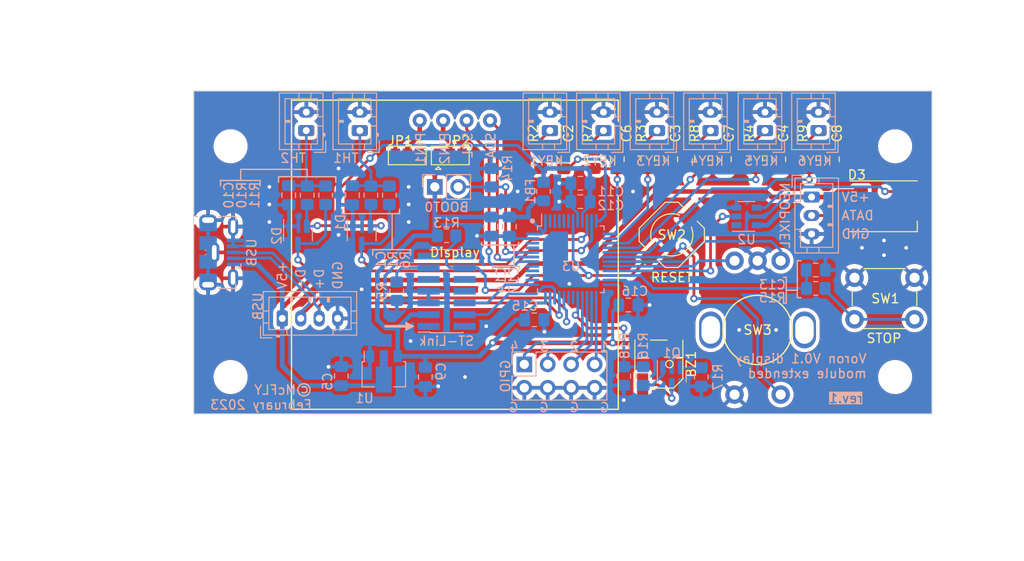
<source format=kicad_pcb>
(kicad_pcb (version 20221018) (generator pcbnew)

  (general
    (thickness 1.6)
  )

  (paper "A4")
  (title_block
    (title "V0_McDisplay")
    (date "2023-02-13")
    (rev "1")
    (company "Anton McFLY Mukhin")
  )

  (layers
    (0 "F.Cu" signal)
    (31 "B.Cu" signal)
    (32 "B.Adhes" user "B.Adhesive")
    (33 "F.Adhes" user "F.Adhesive")
    (34 "B.Paste" user)
    (35 "F.Paste" user)
    (36 "B.SilkS" user "B.Silkscreen")
    (37 "F.SilkS" user "F.Silkscreen")
    (38 "B.Mask" user)
    (39 "F.Mask" user)
    (40 "Dwgs.User" user "User.Drawings")
    (41 "Cmts.User" user "User.Comments")
    (42 "Eco1.User" user "User.Eco1")
    (43 "Eco2.User" user "User.Eco2")
    (44 "Edge.Cuts" user)
    (45 "Margin" user)
    (46 "B.CrtYd" user "B.Courtyard")
    (47 "F.CrtYd" user "F.Courtyard")
    (48 "B.Fab" user)
    (49 "F.Fab" user)
    (50 "User.1" user)
    (51 "User.2" user)
  )

  (setup
    (stackup
      (layer "F.SilkS" (type "Top Silk Screen"))
      (layer "F.Paste" (type "Top Solder Paste"))
      (layer "F.Mask" (type "Top Solder Mask") (thickness 0.01))
      (layer "F.Cu" (type "copper") (thickness 0.035))
      (layer "dielectric 1" (type "core") (thickness 1.51) (material "FR4") (epsilon_r 4.5) (loss_tangent 0.02))
      (layer "B.Cu" (type "copper") (thickness 0.035))
      (layer "B.Mask" (type "Bottom Solder Mask") (thickness 0.01))
      (layer "B.Paste" (type "Bottom Solder Paste"))
      (layer "B.SilkS" (type "Bottom Silk Screen"))
      (copper_finish "None")
      (dielectric_constraints no)
    )
    (pad_to_mask_clearance 0)
    (pcbplotparams
      (layerselection 0x00010fc_ffffffff)
      (plot_on_all_layers_selection 0x0000000_00000000)
      (disableapertmacros false)
      (usegerberextensions true)
      (usegerberattributes false)
      (usegerberadvancedattributes false)
      (creategerberjobfile false)
      (dashed_line_dash_ratio 12.000000)
      (dashed_line_gap_ratio 3.000000)
      (svgprecision 6)
      (plotframeref false)
      (viasonmask false)
      (mode 1)
      (useauxorigin false)
      (hpglpennumber 1)
      (hpglpenspeed 20)
      (hpglpendiameter 15.000000)
      (dxfpolygonmode true)
      (dxfimperialunits true)
      (dxfusepcbnewfont true)
      (psnegative false)
      (psa4output false)
      (plotreference true)
      (plotvalue false)
      (plotinvisibletext false)
      (sketchpadsonfab false)
      (subtractmaskfromsilk true)
      (outputformat 1)
      (mirror false)
      (drillshape 0)
      (scaleselection 1)
      (outputdirectory "gerber/")
    )
  )

  (net 0 "")
  (net 1 "VBUS")
  (net 2 "Net-(BZ1-+)")
  (net 3 "Net-(J2-Pin_1)")
  (net 4 "KEY1")
  (net 5 "GND")
  (net 6 "KEY3")
  (net 7 "KEY5")
  (net 8 "KEY2")
  (net 9 "KEY4")
  (net 10 "KEY6")
  (net 11 "+3.3V")
  (net 12 "Net-(J11-Pin_1)")
  (net 13 "+3.3VA")
  (net 14 "KILL_SW")
  (net 15 "TH1")
  (net 16 "TH2")
  (net 17 "Net-(D3-DOUT)")
  (net 18 "Net-(D3-DIN)")
  (net 19 "D-")
  (net 20 "D+")
  (net 21 "Net-(J3-Pin_1)")
  (net 22 "Net-(J4-Pin_1)")
  (net 23 "Net-(J5-Pin_1)")
  (net 24 "unconnected-(J7-Pin_1-Pad1)")
  (net 25 "unconnected-(J7-Pin_2-Pad2)")
  (net 26 "SWDIO")
  (net 27 "SWCLK")
  (net 28 "unconnected-(J7-Pin_8-Pad8)")
  (net 29 "unconnected-(J7-Pin_9-Pad9)")
  (net 30 "unconnected-(J7-Pin_10-Pad10)")
  (net 31 "Net-(J7-Pin_11)")
  (net 32 "RESET")
  (net 33 "unconnected-(J7-Pin_13-Pad13)")
  (net 34 "unconnected-(J7-Pin_14-Pad14)")
  (net 35 "Net-(J8-Pin_1)")
  (net 36 "Net-(J9-Pin_1)")
  (net 37 "Net-(J10-Pin_1)")
  (net 38 "BOOT0")
  (net 39 "GPIO1")
  (net 40 "GPIO2")
  (net 41 "GPIO3")
  (net 42 "GPIO4")
  (net 43 "PIN1")
  (net 44 "PIN2")
  (net 45 "SCL")
  (net 46 "SDA")
  (net 47 "Net-(Q1-G)")
  (net 48 "Net-(Q1-S)")
  (net 49 "Net-(SW1-B)")
  (net 50 "BUZZER")
  (net 51 "ENC_A")
  (net 52 "ENC_B")
  (net 53 "ENC_SW")
  (net 54 "NEOPIXEL")
  (net 55 "unconnected-(U3-PC13-Pad2)")
  (net 56 "unconnected-(U3-PC14-OSC32_IN-Pad3)")
  (net 57 "unconnected-(U3-PC15-OSC32_OUT-Pad4)")
  (net 58 "unconnected-(U3-PF0-OSC_IN-Pad5)")
  (net 59 "unconnected-(U3-PF1-OSC_OUT-Pad6)")
  (net 60 "unconnected-(U3-PA9-Pad30)")
  (net 61 "unconnected-(U3-PA10-Pad31)")
  (net 62 "unconnected-(U3-PA15-Pad38)")
  (net 63 "unconnected-(U3-PB3-Pad39)")
  (net 64 "unconnected-(U3-PB4-Pad40)")
  (net 65 "unconnected-(U3-PB5-Pad41)")
  (net 66 "unconnected-(U3-PB8-Pad45)")
  (net 67 "unconnected-(U3-PB9-Pad46)")

  (footprint "V0-Display:WS2812_5050_LED" (layer "F.Cu") (at 74.75 12.5))

  (footprint "Resistor_SMD:R_0805_2012Metric_Pad1.20x1.40mm_HandSolder" (layer "F.Cu") (at 49.2 7.4 -90))

  (footprint "V0-Display:SW_PUSH_6mm" (layer "F.Cu") (at 71.6 20.25))

  (footprint "V0-Display:MountingHole_3.2mm_M3" (layer "F.Cu") (at 76 31))

  (footprint "Resistor_SMD:R_0805_2012Metric_Pad1.20x1.40mm_HandSolder" (layer "F.Cu") (at 43.4 7.4 -90))

  (footprint "Resistor_SMD:R_0805_2012Metric_Pad1.20x1.40mm_HandSolder" (layer "F.Cu") (at 55 7.4 -90))

  (footprint "V0-Display:MountingHole_3.2mm_M3" (layer "F.Cu") (at 4 31))

  (footprint "Capacitor_SMD:C_0805_2012Metric_Pad1.18x1.45mm_HandSolder" (layer "F.Cu") (at 57.5 7.4 90))

  (footprint "my_additions:Buzzer_5020" (layer "F.Cu") (at 50.4 29.6 -90))

  (footprint "Capacitor_SMD:C_0805_2012Metric_Pad1.18x1.45mm_HandSolder" (layer "F.Cu") (at 69.2 7.4 90))

  (footprint "Capacitor_SMD:C_0805_2012Metric_Pad1.18x1.45mm_HandSolder" (layer "F.Cu") (at 51.7 7.4 90))

  (footprint "Resistor_SMD:R_0805_2012Metric_Pad1.20x1.40mm_HandSolder" (layer "F.Cu") (at 66.7 7.4 -90))

  (footprint "Resistor_SMD:R_0805_2012Metric_Pad1.20x1.40mm_HandSolder" (layer "F.Cu") (at 60.9 7.4 -90))

  (footprint "V0-Display:SolderJumper-3_P1.3mm_Pad1.0x1.5mm" (layer "F.Cu") (at 23.1425 7 180))

  (footprint "Capacitor_SMD:C_0805_2012Metric_Pad1.18x1.45mm_HandSolder" (layer "F.Cu") (at 45.9 7.4 90))

  (footprint "my_additions:SW_silent_SMD_6x6x5" (layer "F.Cu") (at 51.8 15.6 -135))

  (footprint "Capacitor_SMD:C_0805_2012Metric_Pad1.18x1.45mm_HandSolder" (layer "F.Cu") (at 40.1 7.4 90))

  (footprint "V0-Display:MountingHole_3.2mm_M3" (layer "F.Cu") (at 4 6))

  (footprint "Resistor_SMD:R_0805_2012Metric_Pad1.20x1.40mm_HandSolder" (layer "F.Cu") (at 37.6 7.4 -90))

  (footprint "V0-Display:MountingHole_3.2mm_M3" (layer "F.Cu") (at 76 6))

  (footprint "V0-Display:SolderJumper-3_P1.3mm_Pad1.0x1.5mm" (layer "F.Cu") (at 27.8 7))

  (footprint "V0-Display:1pt3in_OLED" (layer "F.Cu") (at 28.3 3.2))

  (footprint "Capacitor_SMD:C_0805_2012Metric_Pad1.18x1.45mm_HandSolder" (layer "F.Cu") (at 63.4 7.4 90))

  (footprint "V0-Display:EN11_Encoder" (layer "F.Cu") (at 61.1 25.9 180))

  (footprint "Capacitor_SMD:C_0805_2012Metric_Pad1.18x1.45mm_HandSolder" (layer "B.Cu") (at 67.4 19.4))

  (footprint "Capacitor_SMD:C_0805_2012Metric_Pad1.18x1.45mm_HandSolder" (layer "B.Cu") (at 10.3 11.3 -90))

  (footprint "V0-Display:SOT-23-5" (layer "B.Cu") (at 59.9 13.6))

  (footprint "Connector_PinHeader_2.54mm:PinHeader_2x04_P2.54mm_Vertical" (layer "B.Cu") (at 35.82 29.625 -90))

  (footprint "Connector_JST:JST_PH_B3B-PH-K_1x03_P2.00mm_Vertical" (layer "B.Cu") (at 66.95 11.5 -90))

  (footprint "Connector_PinHeader_1.27mm:PinHeader_2x07_P1.27mm_Vertical_SMD" (layer "B.Cu") (at 27.4 21.7))

  (footprint "Connector_PinHeader_2.54mm:PinHeader_1x02_P2.54mm_Vertical" (layer "B.Cu") (at 26.125 10.4 -90))

  (footprint "Capacitor_SMD:C_0805_2012Metric_Pad1.18x1.45mm_HandSolder" (layer "B.Cu") (at 34.2 14.7 -90))

  (footprint "Capacitor_SMD:C_0805_2012Metric_Pad1.18x1.45mm_HandSolder" (layer "B.Cu") (at 47.1 23.2))

  (footprint "Package_QFP:LQFP-48_7x7mm_P0.5mm" (layer "B.Cu") (at 40.8625 18.25 -90))

  (footprint "Capacitor_SMD:C_0805_2012Metric_Pad1.18x1.45mm_HandSolder" (layer "B.Cu") (at 16 30.9 90))

  (footprint "Connector_JST:JST_PH_B2B-PH-K_1x02_P2.00mm_Vertical" (layer "B.Cu") (at 38.6 4.3 90))

  (footprint "Capacitor_SMD:C_0805_2012Metric_Pad1.18x1.45mm_HandSolder" (layer "B.Cu") (at 41.9 12 180))

  (footprint "Resistor_SMD:R_0805_2012Metric_Pad1.20x1.40mm_HandSolder" (layer "B.Cu") (at 32.2 9.4 -90))

  (footprint "Capacitor_SMD:C_0805_2012Metric_Pad1.18x1.45mm_HandSolder" (layer "B.Cu") (at 36.9 24.8))

  (footprint "Resistor_SMD:R_0805_2012Metric_Pad1.20x1.40mm_HandSolder" (layer "B.Cu") (at 14.3 11.300001 -90))

  (footprint "Resistor_SMD:R_0805_2012Metric_Pad1.20x1.40mm_HandSolder" (layer "B.Cu") (at 19.2 11.3 90))

  (footprint "Resistor_SMD:R_0805_2012Metric_Pad1.20x1.40mm_HandSolder" (layer "B.Cu") (at 27.4 15.7 180))

  (footprint "Capacitor_SMD:C_0805_2012Metric_Pad1.18x1.45mm_HandSolder" (layer "B.Cu") (at 17.2 11.3 -90))

  (footprint "Capacitor_SMD:C_0805_2012Metric_Pad1.18x1.45mm_HandSolder" (layer "B.Cu") (at 41.9 10 180))

  (footprint "Connector_JST:JST_PH_B2B-PH-K_1x02_P2.00mm_Vertical" (layer "B.Cu") (at 61.9 4.3 90))

  (footprint "Connector_JST:JST_PH_B2B-PH-K_1x02_P2.00mm_Vertical" (layer "B.Cu")
    (tstamp 732a5740-d45a-4288-933b-37ed89550304)
    (at 50.2 4.3 90)
    (descr "JST PH series connector, B2B-PH-K (http://www.jst-mfg.com/product/pdf/eng/ePH.pdf), generated with kicad-footprint-generator")
    (tags "connector JST PH side entry")
    (property "Label" "KEY3")
    (property "Sheetfile" "V0_McDisplay.kicad_sch")
    (property "Sheetname" "")
    (property "ki_description" "Generic connector, single row, 01x02, script generated (kicad-library-utils/schlib/autogen/connector/)")
    (property "ki_keywords" "connector")
    (path "/e9f69746-91ca-45d5-8ab8-58fb0a568c85")
    (attr through_hole)
    (fp_text reference "J4" (at 1 2.9 90) (layer "B.SilkS") hide
        (effects (font (size 1 1) (thickness 0.15)) (justify mirror))
      (tstamp 9c856e10-639e-425d-96bc-38408db78000)
    )
    (fp_text value "PH2.00_02" (at 8.5 0 90) (layer "B.Fab")
        (effects (font (size 1 1) (thickness 0.15)) (justify mirror))
      (tstamp 9e8456fb-6cfb-441c-801c-406d1187c85a)
    )
    (fp_text user "${REFERENCE}" (at 1 -1.5 90) (layer "B.Fab")
        (effects (font (size 1 1) (thickness 0.15)) (justify mirror))
      (tstamp 625e9e59-b56b-46df-83b7-4628e7828bfa)
    )
    (fp_line (start -2.36 2.11) (end -2.36 0.86)
      (stroke (width 0.12) (type solid)) (layer "B.SilkS") (tstamp f2914a04-37f0-47b1-a201-2e67825223e8))
    (fp_line (start -2.06 -2.91) (end 4.06 -2.91)
      (stroke (width 0.12) (type solid)) (layer "B.SilkS") (tstamp 164dac81-7999-4719-9f92-f28015c126cf))
    (fp_line (start -2.06 -0.8) (end -1.45 -0.8)
      (stroke (width 0.12) (type solid)) (layer "B.SilkS") (tstamp ff22081c-4f47-4789-9e64-de3ff710ce06))
    (fp_line (start -2.06 0.5) (end -1.45 0.5)
      (stroke (width 0.12) (type solid)) (layer "B.SilkS") (tstamp c1401dbe-f21f-471f-8237-5e841cdc37ee))
    (fp_line (start -2.06 1.81) (end -2.06 -2.91)
      (stroke (width 0.12) (type solid)) (layer "B.SilkS") (tstamp 145d9ab2-590c-4974-a79e-d6145e025ec9))
    (fp_line (start -1.45 -2.3) (end 3.45 -2.3)
      (stroke (width 0.12) (type solid)) (layer "B.SilkS") (tstamp 985c0488-76d0-43a9-bd29-bd7f7d19ea2a))
    (fp_line (start -1.45 1.2) (end -1.45 -2.3)
      (stroke (width 0.12) (type solid)) (layer "B.SilkS") (tstamp 88e22f5b-d527-4ba3-805d-a8bd1167df7a))
    (fp_line (start -1.11 2.11) (end -2.36 2.11)
      (stroke (width 0.12) (type solid)) (layer "B.SilkS") (tstamp 78d85592-2d00-425e-b2f5-3c1690d2c082))
    (fp_line (start -0.6 2.01) (end -0.6 1.81)
      (stroke (width 0.12) (type solid)) (layer "B.SilkS") (tstamp 30c9e245-c1fd-481d-82b1-42518cacb1b8))
    (fp_line (start -0.3 1.81) (end -0.3 2.01)
      (stroke (width 0.12) (type solid)) (layer "B.SilkS") (tstamp 4f26520a-5293-45ec-bd13-03b657386f3b))
    (fp_line (start -0.3 1.91) (end -0.6 1.91)
      (stroke (width 0.12) (type solid)) (layer "B.SilkS") (tstamp cd2510ed-bf98-49e7-b932-2498dea1c13a))
    (fp_line (start -0.3 2.01) (end -0.6 2.01)
      (stroke (width 0.12) (type solid)) (layer "B.SilkS") (tstamp 76942d78-675c-4e1c-8846-1804b5db7d52))
    (fp_line (start 0.5 1.2) (end -1.45 1.2)
      (stroke (width 0.12) (type solid)) (layer "B.SilkS") (tstamp fbb1df67-d24f-4b1d-9a06-f182542d446a))
    (fp_line (start 0.5 1.81) (end 0.5 1.2)
      (stroke (width 0.12) (type solid)) (layer "B.SilkS") (tstamp 26a09900-6e47-46ec-9aca-86d5fab98350))
    (fp_line (start 0.9 -2.3) (end 0.9 -1.8)
      (stroke (width 0.12) (type solid)) (layer "B.SilkS") (tstamp 0f145a15-2ac1-4613-b3d0-d2fd29d221cc))
    (fp_line (start 0.9 -1.8) (end 1.1 -1.8)
      (stroke (width 0.12) (type solid)) (layer "B.SilkS") (tstamp a89b4406-8e94-4d2b-87e0-a5d8d3e68573))
    (fp_line (start 1 -2.3) (end 1 -1.8)
      (stroke (width 0.12) (type solid)) (layer "B.SilkS") (tstamp 69b3b014-77ce-4b48-b9c8-874e47e6e379))
    (fp_line (start 1.1 -1.8) (end 1.1 -2.3)
      (stroke (width 0.12) (type solid)) (layer "B.SilkS") (tstamp c79085a6-f26e-4be1-9b59-150b12db49f8))
    (fp_line (start 1.5 1.2) (end 1.5 1.81)
      (stroke (width 0.12) (type solid)) (layer "B.SilkS") (tstamp fe1f218a-9183-4e34-97b1-9bdfbeac276c))
    (fp_line (start 3.45 -2.3) (end 3.45 1.2)
      (stroke (width 0.12) (type solid)) (layer "B.SilkS") (tstamp 97fb3a3f-0e19-4934-8505-b5c42f90dc3a))
    (fp_line (start 3.45 1.2) (end 1.5 1.2)
      (stroke (width 0.12) (type solid)) (layer "B.SilkS") (tstamp 7be941a7-8af2-4c44-9290-8256b442e8e2))
    (fp_line (start 4.06 -2.91) (end 4.06 1.81)
      (stroke (width 0.12) (type solid)) (layer "B.SilkS") (tstamp 730d76eb-377f-4d2b-ba35-8e258ea79db3))
    (fp_line (start 4.06 -0.8) (end 3.45 -0.8)
      (stroke (width 0.12) (type solid)) (layer "B.SilkS") (tstamp be4186db-a289-4438-bf90-de5250319a9b))
    (fp_line (start 4.06 0.5) (end 3.45 0.5)
      (stroke (width 0.12) (type solid)) (layer "B.SilkS") (tstamp 71bd0019-0b15-4050-8e05-b3f6cf3b8fff))
    (fp_line (start 4.06 1.81) (end -2.06 1.81)
      (stroke (width 0.12) (type solid)) (layer "B.SilkS") (tstamp 41a31fd6-e78c-4306-8a86-1c08ce16fe6b))
    (fp_line (start -2.45 -3.3) (end 4.45 -3.3)
      (stroke (width 0.05) (type solid)) (layer "B.CrtYd") (tstamp c8610e8e-5972-4767-8b73-10a5f30f97b4))
    (fp_line (start -2.45 2.2) (end -2.45 -3.3)
      (stroke (width 0.05) (type solid)) (layer "B.CrtYd") (tstamp 5e055fdc-3f27-4c88-92df-94f291d2861c))
    (fp_line (start 4.45 -3.3) (end 4.45 2.2)
      (stroke (width 0.05) (type solid)) (layer "B.CrtYd") (tstamp 174cceb4-b063-470c-97f7-e8f8f72b5922))
    (fp_line (start 4.45 2.2) (end -2.45 2.2)
      (stroke (width 0.05) (type solid)) (layer "B.CrtYd") (tstamp 05affe0b-f108-4f7e-ac9b-fab438ea6edc))
    (fp_line (start -2.36 2.11) (end -2.36 0.86)
      (stroke (width 0.1) (type solid)) (layer "B.Fab") (tstamp 45bdbd3d-6ac5-479c-8573-e6a498b532e1))
    (fp_line (start -1.95 -2.8) (end 3.95 -2.8)
      (stroke (width 0.1) (type solid)) (layer "B.Fab") (tstamp 7c4daeac-a331-43bc-819d-f457747d92cb))
    (fp_line (start -1.95 1.7) (end -1.95 -2.8)
      (stroke (width 0.1) (type solid)) (layer "B.Fab") (tstamp 2ce9b9c6-8bfb-4904-a454-1d725d9961ca))
    (fp_line (start -1.11 2.11) (end -2.36 2.11)
      (stroke (width 0.1) (type solid)) (layer "B.Fab") (tstamp 7a71fe99-727c-4703-9fc4-1ca34cb3fcab))
    (fp_line (start 3.95 -2.8) (end 3.95 1.7)
      (stroke (width 0.1) (type solid)) (layer "B.Fab") (tstamp 3ba71b8c
... [809491 chars truncated]
</source>
